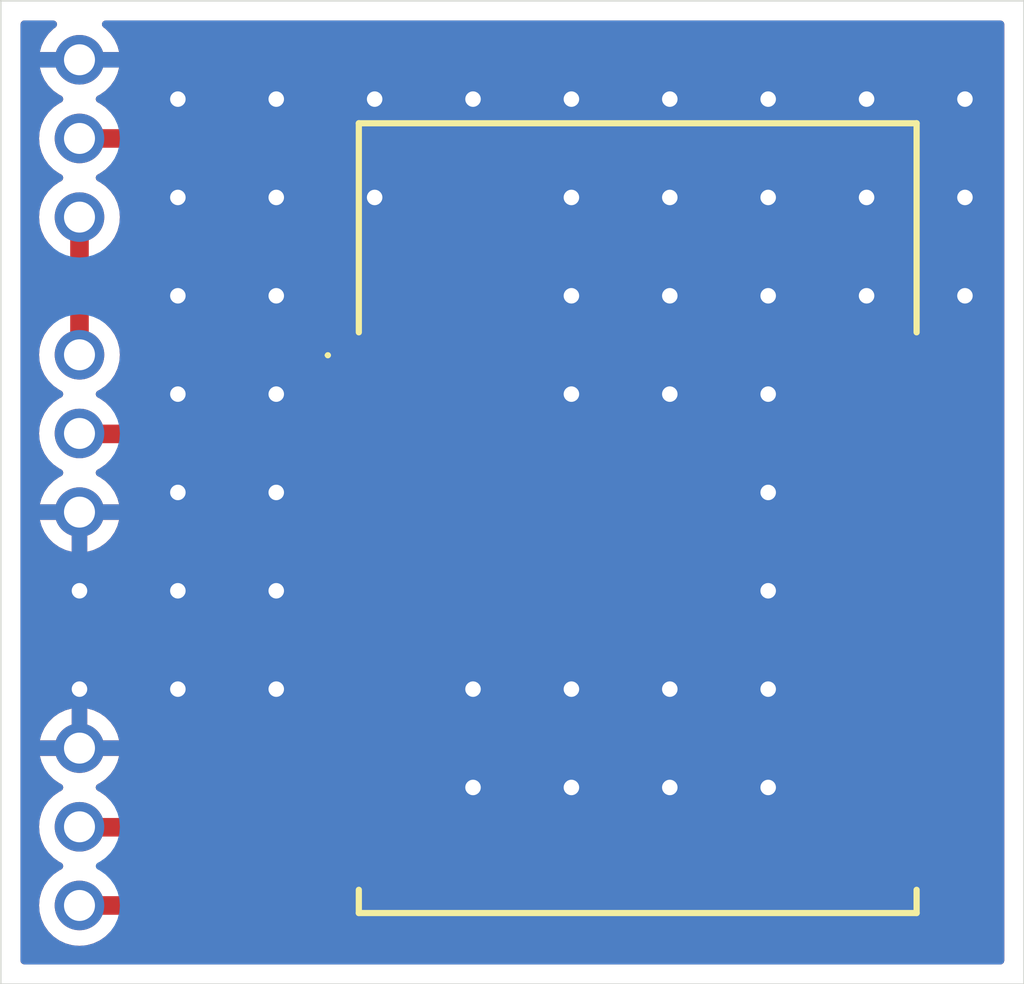
<source format=kicad_pcb>
(kicad_pcb (version 20240108) (generator "pcbnew") (generator_version "8.0")
  (layers (0 "F.Cu" signal) (1 "In1.Cu" signal) (2 "In2.Cu" signal) (31 "B.Cu" signal) (34 "B.Paste" user) (35 "F.Paste" user) (36 "B.SilkS" user "B.Silkscreen") (37 "F.SilkS" user "F.Silkscreen") (38 "B.Mask" user) (39 "F.Mask" user) (44 "Edge.Cuts" user))
  (net 0 "")
  (net 1 "VCC")
  (net 2 "GND")
  (net 3 "LED")
  (net 4 "VDD")
  (net 8 "BTN")
  (net 26 "Net-(U1-IO12)")
  (footprint "hio-microcontroller:ESP32-C6-WROOM-1-N8_R" (layer "F.Cu") (at 145.015 77.03)
    (property "Reference" "U1" (hide yes))
    (property "Value" "ESP32-C6-WROOM-1-N8" (hide yes))
    (fp_line (start -10.05 -5.26) (end -10.05 -5.26) (stroke (width 0.1)) (layer "F.SilkS"))
    (fp_line (start -9.95 -5.26) (end -9.95 -5.26) (stroke (width 0.1)) (layer "F.SilkS"))
    (fp_line (start -9 -12.75) (end 9 -12.75) (stroke (width 0.2)) (layer "F.SilkS"))
    (fp_line (start -9 -6) (end -9 -12.75) (stroke (width 0.2)) (layer "F.SilkS"))
    (fp_line (start -9 12.75) (end -9 12) (stroke (width 0.2)) (layer "F.SilkS"))
    (fp_line (start 9 -12.75) (end 9 -6) (stroke (width 0.2)) (layer "F.SilkS"))
    (fp_line (start 9 12) (end 9 12.75) (stroke (width 0.2)) (layer "F.SilkS"))
    (fp_line (start 9 12.75) (end -9 12.75) (stroke (width 0.2)) (layer "F.SilkS"))
    (fp_arc (start -10.05 -5.26) (mid -10 -5.31) (end -9.95 -5.26) (stroke (width 0.1)) (layer "F.SilkS"))
    (fp_arc (start -9.95 -5.26) (mid -10 -5.21) (end -10.05 -5.26) (stroke (width 0.1)) (layer "F.SilkS"))
    (pad "1" smd rect (at -8.75 -5.26 90) (size 0.9 1.5) (layers "F.Cu" "F.Paste" "F.Mask"))
    (pad "2" smd rect (at -8.75 -3.99 90) (size 0.9 1.5) (layers "F.Cu" "F.Paste" "F.Mask") (net 4 "VDD"))
    (pad "3" smd rect (at -8.75 -2.72 90) (size 0.9 1.5) (layers "F.Cu" "F.Paste" "F.Mask") (net 4 "VDD"))
    (pad "4" smd rect (at -8.75 -1.45 90) (size 0.9 1.5) (layers "F.Cu" "F.Paste" "F.Mask"))
    (pad "5" smd rect (at -8.75 -0.18 90) (size 0.9 1.5) (layers "F.Cu" "F.Paste" "F.Mask"))
    (pad "6" smd rect (at -8.75 1.09 90) (size 0.9 1.5) (layers "F.Cu" "F.Paste" "F.Mask"))
    (pad "7" smd rect (at -8.75 2.36 90) (size 0.9 1.5) (layers "F.Cu" "F.Paste" "F.Mask"))
    (pad "8" smd rect (at -8.75 3.63 90) (size 0.9 1.5) (layers "F.Cu" "F.Paste" "F.Mask"))
    (pad "9" smd rect (at -8.75 4.9 90) (size 0.9 1.5) (layers "F.Cu" "F.Paste" "F.Mask") (net 3 "LED"))
    (pad "10" smd rect (at -8.75 6.17 90) (size 0.9 1.5) (layers "F.Cu" "F.Paste" "F.Mask"))
    (pad "11" smd rect (at -8.75 7.44 90) (size 0.9 1.5) (layers "F.Cu" "F.Paste" "F.Mask"))
    (pad "12" smd rect (at -8.75 8.71 90) (size 0.9 1.5) (layers "F.Cu" "F.Paste" "F.Mask"))
    (pad "13" smd rect (at -8.75 9.98 90) (size 0.9 1.5) (layers "F.Cu" "F.Paste" "F.Mask") (net 26 "Net-(U1-IO12)"))
    (pad "14" smd rect (at -8.75 11.25 90) (size 0.9 1.5) (layers "F.Cu" "F.Paste" "F.Mask") (net 8 "BTN"))
    (pad "15" smd rect (at 8.75 11.25 90) (size 0.9 1.5) (layers "F.Cu" "F.Paste" "F.Mask"))
    (pad "16" smd rect (at 8.75 9.98 90) (size 0.9 1.5) (layers "F.Cu" "F.Paste" "F.Mask"))
    (pad "17" smd rect (at 8.75 8.71 90) (size 0.9 1.5) (layers "F.Cu" "F.Paste" "F.Mask"))
    (pad "18" smd rect (at 8.75 7.44 90) (size 0.9 1.5) (layers "F.Cu" "F.Paste" "F.Mask"))
    (pad "19" smd rect (at 8.75 6.17 90) (size 0.9 1.5) (layers "F.Cu" "F.Paste" "F.Mask"))
    (pad "20" smd rect (at 8.75 4.9 90) (size 0.9 1.5) (layers "F.Cu" "F.Paste" "F.Mask"))
    (pad "21" smd rect (at 8.75 3.63 90) (size 0.9 1.5) (layers "F.Cu" "F.Paste" "F.Mask"))
    (pad "22" smd rect (at 8.75 2.36 90) (size 0.9 1.5) (layers "F.Cu" "F.Paste" "F.Mask"))
    (pad "23" smd rect (at 8.75 1.09 90) (size 0.9 1.5) (layers "F.Cu" "F.Paste" "F.Mask"))
    (pad "24" smd rect (at 8.75 -0.18 90) (size 0.9 1.5) (layers "F.Cu" "F.Paste" "F.Mask"))
    (pad "25" smd rect (at 8.75 -1.45 90) (size 0.9 1.5) (layers "F.Cu" "F.Paste" "F.Mask"))
    (pad "26" smd rect (at 8.75 -2.72 90) (size 0.9 1.5) (layers "F.Cu" "F.Paste" "F.Mask"))
    (pad "27" smd rect (at 8.75 -3.99 90) (size 0.9 1.5) (layers "F.Cu" "F.Paste" "F.Mask"))
    (pad "28" smd rect (at 8.75 -5.26 90) (size 0.9 1.5) (layers "F.Cu" "F.Paste" "F.Mask") (net 2 "GND"))
    (pad "29" smd rect (at -1.505 0.46 90) (size 0.8 0.8) (layers "F.Cu" "F.Paste" "F.Mask") (net 2 "GND"))
    (pad "30" smd rect (at -2.755 -0.79 90) (size 0.8 0.8) (layers "F.Cu" "F.Paste" "F.Mask") (net 2 "GND"))
    (pad "31" smd rect (at -2.755 0.46 90) (size 0.8 0.8) (layers "F.Cu" "F.Paste" "F.Mask") (net 2 "GND"))
    (pad "32" smd rect (at -2.755 1.71 90) (size 0.8 0.8) (layers "F.Cu" "F.Paste" "F.Mask") (net 2 "GND"))
    (pad "33" smd rect (at -1.505 1.71 90) (size 0.8 0.8) (layers "F.Cu" "F.Paste" "F.Mask") (net 2 "GND"))
    (pad "34" smd rect (at -0.255 1.71 90) (size 0.8 0.8) (layers "F.Cu" "F.Paste" "F.Mask") (net 2 "GND"))
    (pad "35" smd rect (at -0.255 0.46 90) (size 0.8 0.8) (layers "F.Cu" "F.Paste" "F.Mask") (net 2 "GND"))
    (pad "36" smd rect (at -0.255 -0.79 90) (size 0.8 0.8) (layers "F.Cu" "F.Paste" "F.Mask") (net 2 "GND"))
    (pad "37" smd rect (at -1.505 -0.79 90) (size 0.8 0.8) (layers "F.Cu" "F.Paste" "F.Mask") (net 2 "GND"))
  )
  (footprint "hio-header:BC-HEADER-3-PIN-THT" (layer "F.Cu") (at 127 64.77)
    (property "Reference" "JP1")
    (property "Value" "~")
    (pad "1" thru_hole circle (at 0 -2.54 180) (size 1.6 1.6) (drill 1) (layers "*.Cu" "*.Mask") (net 2 "GND"))
    (pad "2" thru_hole circle (at 0 0 180) (size 1.6 1.6) (drill 1) (layers "*.Cu" "*.Mask") (net 3 "LED"))
    (pad "3" thru_hole circle (at 0 2.54 180) (size 1.6 1.6) (drill 1) (layers "*.Cu" "*.Mask") (net 1 "VCC"))
  )
  (footprint "hio-header:BC-HEADER-3-PIN-THT" (layer "F.Cu") (at 127 86.995 180)
    (property "Reference" "JP3")
    (property "Value" "~")
    (pad "1" thru_hole circle (at 0 -2.54) (size 1.6 1.6) (drill 1) (layers "*.Cu" "*.Mask") (net 8 "BTN"))
    (pad "2" thru_hole circle (at 0 0) (size 1.6 1.6) (drill 1) (layers "*.Cu" "*.Mask") (net 26 "Net-(U1-IO12)"))
    (pad "3" thru_hole circle (at 0 2.54) (size 1.6 1.6) (drill 1) (layers "*.Cu" "*.Mask") (net 2 "GND"))
  )
  (footprint "hio-header:BC-HEADER-3-PIN-THT" (layer "F.Cu") (at 127 74.295)
    (property "Reference" "JP2" (hide yes))
    (property "Value" "~")
    (pad "1" thru_hole circle (at 0 -2.54 180) (size 1.6 1.6) (drill 1) (layers "*.Cu" "*.Mask") (net 1 "VCC"))
    (pad "2" thru_hole circle (at 0 0 180) (size 1.6 1.6) (drill 1) (layers "*.Cu" "*.Mask") (net 4 "VDD"))
    (pad "3" thru_hole circle (at 0 2.54 180) (size 1.6 1.6) (drill 1) (layers "*.Cu" "*.Mask") (net 2 "GND"))
  )
  (gr_rect (start 124.46 60.325) (end 157.48 92.075) (stroke (width 0.05)) (fill none) (layer "Edge.Cuts"))
  (segment (start 127 71.755) (end 127 67.31) (width 0.6) (layer "F.Cu") (net 1))
  (via (at 142.875 63.5) (size 1) (drill 0.5) (layers "F.Cu" "B.Cu") (net 2))
  (via (at 152.4 66.675) (size 1) (drill 0.5) (layers "F.Cu" "B.Cu") (net 2))
  (via (at 133.35 76.2) (size 1) (drill 0.5) (layers "F.Cu" "B.Cu") (net 2))
  (via (at 149.225 82.55) (size 1) (drill 0.5) (layers "F.Cu" "B.Cu") (net 2))
  (via (at 130.175 73.025) (size 1) (drill 0.5) (layers "F.Cu" "B.Cu") (net 2))
  (via (at 139.7 85.725) (size 1) (drill 0.5) (layers "F.Cu" "B.Cu") (net 2))
  (via (at 127 82.55) (size 1) (drill 0.5) (layers "F.Cu" "B.Cu") (net 2))
  (via (at 130.175 69.85) (size 1) (drill 0.5) (layers "F.Cu" "B.Cu") (net 2))
  (via (at 155.575 66.675) (size 1) (drill 0.5) (layers "F.Cu" "B.Cu") (net 2))
  (via (at 133.35 63.5) (size 1) (drill 0.5) (layers "F.Cu" "B.Cu") (net 2))
  (via (at 146.05 69.85) (size 1) (drill 0.5) (layers "F.Cu" "B.Cu") (net 2))
  (via (at 130.175 76.2) (size 1) (drill 0.5) (layers "F.Cu" "B.Cu") (net 2))
  (via (at 139.7 82.55) (size 1) (drill 0.5) (layers "F.Cu" "B.Cu") (net 2))
  (via (at 149.225 63.5) (size 1) (drill 0.5) (layers "F.Cu" "B.Cu") (net 2))
  (via (at 133.35 73.025) (size 1) (drill 0.5) (layers "F.Cu" "B.Cu") (net 2))
  (via (at 142.875 66.675) (size 1) (drill 0.5) (layers "F.Cu" "B.Cu") (net 2))
  (via (at 139.7 63.5) (size 1) (drill 0.5) (layers "F.Cu" "B.Cu") (net 2))
  (via (at 130.175 82.55) (size 1) (drill 0.5) (layers "F.Cu" "B.Cu") (net 2))
  (via (at 152.4 63.5) (size 1) (drill 0.5) (layers "F.Cu" "B.Cu") (net 2))
  (via (at 146.05 66.675) (size 1) (drill 0.5) (layers "F.Cu" "B.Cu") (net 2))
  (via (at 133.35 82.55) (size 1) (drill 0.5) (layers "F.Cu" "B.Cu") (net 2))
  (via (at 149.225 73.025) (size 1) (drill 0.5) (layers "F.Cu" "B.Cu") (net 2))
  (via (at 136.525 63.5) (size 1) (drill 0.5) (layers "F.Cu" "B.Cu") (net 2))
  (via (at 146.05 73.025) (size 1) (drill 0.5) (layers "F.Cu" "B.Cu") (net 2))
  (via (at 149.225 79.375) (size 1) (drill 0.5) (layers "F.Cu" "B.Cu") (net 2))
  (via (at 130.175 66.675) (size 1) (drill 0.5) (layers "F.Cu" "B.Cu") (net 2))
  (via (at 142.875 82.55) (size 1) (drill 0.5) (layers "F.Cu" "B.Cu") (net 2))
  (via (at 130.175 63.5) (size 1) (drill 0.5) (layers "F.Cu" "B.Cu") (net 2))
  (via (at 149.225 69.85) (size 1) (drill 0.5) (layers "F.Cu" "B.Cu") (net 2))
  (via (at 152.4 69.85) (size 1) (drill 0.5) (layers "F.Cu" "B.Cu") (net 2))
  (via (at 130.175 79.375) (size 1) (drill 0.5) (layers "F.Cu" "B.Cu") (net 2))
  (via (at 133.35 69.85) (size 1) (drill 0.5) (layers "F.Cu" "B.Cu") (net 2))
  (via (at 146.05 63.5) (size 1) (drill 0.5) (layers "F.Cu" "B.Cu") (net 2))
  (via (at 133.35 79.375) (size 1) (drill 0.5) (layers "F.Cu" "B.Cu") (net 2))
  (via (at 146.05 82.55) (size 1) (drill 0.5) (layers "F.Cu" "B.Cu") (net 2))
  (via (at 136.525 66.675) (size 1) (drill 0.5) (layers "F.Cu" "B.Cu") (net 2))
  (via (at 133.35 66.675) (size 1) (drill 0.5) (layers "F.Cu" "B.Cu") (net 2))
  (via (at 142.875 73.025) (size 1) (drill 0.5) (layers "F.Cu" "B.Cu") (net 2))
  (via (at 155.575 63.5) (size 1) (drill 0.5) (layers "F.Cu" "B.Cu") (net 2))
  (via (at 142.875 69.85) (size 1) (drill 0.5) (layers "F.Cu" "B.Cu") (net 2))
  (via (at 149.225 66.675) (size 1) (drill 0.5) (layers "F.Cu" "B.Cu") (net 2))
  (via (at 142.875 85.725) (size 1) (drill 0.5) (layers "F.Cu" "B.Cu") (net 2))
  (via (at 127 79.375) (size 1) (drill 0.5) (layers "F.Cu" "B.Cu") (net 2))
  (via (at 149.225 85.725) (size 1) (drill 0.5) (layers "F.Cu" "B.Cu") (net 2))
  (via (at 146.05 85.725) (size 1) (drill 0.5) (layers "F.Cu" "B.Cu") (net 2))
  (via (at 155.575 69.85) (size 1) (drill 0.5) (layers "F.Cu" "B.Cu") (net 2))
  (via (at 149.225 76.2) (size 1) (drill 0.5) (layers "F.Cu" "B.Cu") (net 2))
  (segment (start 139.065 80.645) (end 139.065 66.04) (width 0.6) (layer "F.Cu") (net 3))
  (segment (start 139.065 66.04) (end 137.795 64.77) (width 0.6) (layer "F.Cu") (net 3))
  (segment (start 137.795 64.77) (end 127 64.77) (width 0.6) (layer "F.Cu") (net 3))
  (segment (start 137.78 81.93) (end 139.065 80.645) (width 0.6) (layer "F.Cu") (net 3))
  (segment (start 136.265 81.93) (end 137.78 81.93) (width 0.6) (layer "F.Cu") (net 3))
  (segment (start 127 74.295) (end 127.015 74.31) (width 0.6) (layer "F.Cu") (net 4))
  (segment (start 136.265 74.31) (end 136.265 73.04) (width 0.6) (layer "F.Cu") (net 4))
  (segment (start 127 74.295) (end 127.635 74.295) (width 0.6) (layer "F.Cu") (net 4))
  (segment (start 127.65 74.31) (end 136.265 74.31) (width 0.6) (layer "F.Cu") (net 4))
  (segment (start 127.635 74.295) (end 127.65 74.31) (width 0.6) (layer "F.Cu") (net 4))
  (segment (start 130.19 88.28) (end 128.935 89.535) (width 0.6) (layer "F.Cu") (net 8))
  (segment (start 136.265 88.28) (end 130.19 88.28) (width 0.6) (layer "F.Cu") (net 8))
  (segment (start 128.935 89.535) (end 127 89.535) (width 0.6) (layer "F.Cu") (net 8))
  (segment (start 127.015 87.01) (end 127 86.995) (width 0.6) (layer "F.Cu") (net 26))
  (segment (start 136.265 87.01) (end 127.015 87.01) (width 0.6) (layer "F.Cu") (net 26))
  (zone (net 2) (net_name "GND") (layer "F.Cu") (connect_pads (clearance 0.5)) (min_thickness 0.25) (fill yes (thermal_gap 0.5) (thermal_bridge_width 0.5))
    (polygon (pts (xy 156.845 91.44) (xy 156.845 60.96) (xy 125.095 60.96) (xy 125.095 91.44)))
  )
  (zone (net 2) (net_name "GND") (layer "B.Cu") (priority 1) (connect_pads (clearance 0.5)) (min_thickness 0.25) (fill yes (thermal_gap 0.5) (thermal_bridge_width 0.5))
    (polygon (pts (xy 156.845 91.44) (xy 156.845 60.96) (xy 125.095 60.96) (xy 125.095 91.44)))
  )
)
</source>
